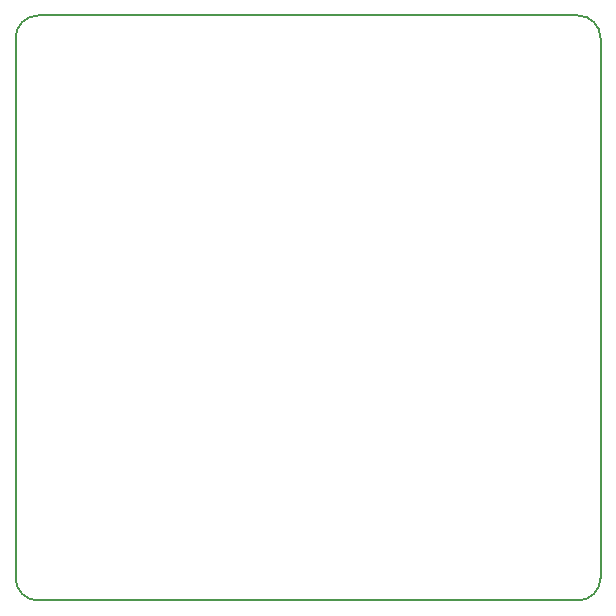
<source format=gbr>
%FSLAX34Y34*%
G04 Gerber Fmt 3.4, Leading zero omitted, Abs format*
G04 (created by PCBNEW (2013-12-28 BZR 4579)-product) date tor 16 jan 2014 22:13:37 CET*
%MOIN*%
G01*
G70*
G90*
G04 APERTURE LIST*
%ADD10C,0.006000*%
%ADD11C,0.005906*%
G04 APERTURE END LIST*
G54D10*
G54D11*
X66950Y-49850D02*
X66950Y-31850D01*
X66200Y-50600D02*
G75*
G03X66950Y-49850I0J750D01*
G74*
G01*
X66950Y-31850D02*
G75*
G03X66200Y-31100I-750J0D01*
G74*
G01*
X47450Y-49850D02*
X47450Y-31850D01*
X47450Y-49850D02*
G75*
G03X48200Y-50600I750J0D01*
G74*
G01*
X48200Y-31100D02*
G75*
G03X47450Y-31850I0J-750D01*
G74*
G01*
X66200Y-50600D02*
X48200Y-50600D01*
X48200Y-31100D02*
X66200Y-31100D01*
M02*

</source>
